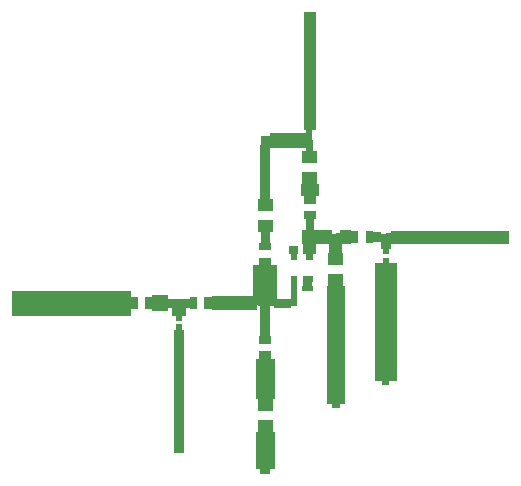
<source format=gtl>
G04 ===== Begin FILE IDENTIFICATION =====*
G04 File Format:  Gerber RS274X*
G04 ===== End FILE IDENTIFICATION =====*
%FSLAX24Y24*%
%MOIN*%
%SFA1.0000B1.0000*%
%OFA0.0B0.0*%
%ADD10C,0.000025*%
%LNcond*%
%IPPOS*%
%LPD*%
G75*
G36*
G01X-7294Y-1895D02*
G01Y-1679D01*
G01X-11231D01*
G01Y-2500D01*
G01X-7294D01*
G01Y-2284D01*
G01X-7049D01*
G01Y-1895D01*
G01X-7294D01*
G37*
G36*
G01X-6809Y-2284D02*
G01X-6564D01*
G01Y-2356D01*
G01X-6047D01*
G01Y-2250D01*
G01X-5920D01*
G01Y-2497D01*
G01X-5779D01*
G01Y-2674D01*
G01X-5582D01*
G01Y-2497D01*
G01X-5441D01*
G01Y-2250D01*
G01X-5314D01*
G01Y-2284D01*
G01X-5069D01*
G01Y-1895D01*
G01X-5314D01*
G01Y-1940D01*
G01X-5681D01*
G01Y-1929D01*
G01X-6047D01*
G01Y-1823D01*
G01X-6564D01*
G01Y-1895D01*
G01X-6809D01*
G01Y-2284D01*
G37*
G36*
G01X-5582Y-2966D02*
G01Y-2789D01*
G01X-5779D01*
G01Y-2966D01*
G01X-5846D01*
G01Y-6903D01*
G01X-5856D01*
G01Y-7078D01*
G01X-5506D01*
G01Y-6903D01*
G01X-5515D01*
G01Y-2966D01*
G01X-5582D01*
G37*
G36*
G01X-4829Y-2284D02*
G01X-4584D01*
G01Y-2318D01*
G01X-3086D01*
G01Y-2162D01*
G01X-3047D01*
G01Y-2170D01*
G01X-2965D01*
G01Y-3185D01*
G01X-3006D01*
G01Y-3435D01*
G01X-2606D01*
G01Y-3185D01*
G01X-2647D01*
G01Y-2170D01*
G01X-2526D01*
G01Y-2236D01*
G01X-1938D01*
G01Y-2180D01*
G01X-1757D01*
G01Y-1999D01*
G01X-1737D01*
G01Y-1379D01*
G01X-1739D01*
G01Y-1163D01*
G01X-1956D01*
G01Y-1379D01*
G01X-1957D01*
G01Y-1943D01*
G01X-2401D01*
G01Y-819D01*
G01X-2606D01*
G01Y-569D01*
G01X-3006D01*
G01Y-819D01*
G01X-3211D01*
G01Y-1861D01*
G01X-4584D01*
G01Y-1895D01*
G01X-4829D01*
G01Y-2284D01*
G37*
G36*
G01X-3120Y-5266D02*
G01X-3056D01*
G01Y-5667D01*
G01X-2556D01*
G01Y-5266D01*
G01X-2492D01*
G01Y-3935D01*
G01X-2606D01*
G01Y-3685D01*
G01X-3006D01*
G01Y-3935D01*
G01X-3120D01*
G01Y-5266D01*
G37*
G36*
G01X-3118Y-7618D02*
G01X-2981D01*
G01Y-7793D01*
G01X-2631D01*
G01Y-7618D01*
G01X-2494D01*
G01Y-6368D01*
G01X-2556D01*
G01Y-5966D01*
G01X-3056D01*
G01Y-6368D01*
G01X-3118D01*
G01Y-7618D01*
G37*
G36*
G01X-3056Y280D02*
G01X-2955D01*
G01Y-69D01*
G01X-3006D01*
G01Y-319D01*
G01X-2606D01*
G01Y-69D01*
G01X-2657D01*
G01Y280D01*
G01X-2556D01*
G01Y681D01*
G01X-3056D01*
G01Y280D01*
G37*
G36*
G01X-1195Y2978D02*
G01Y3339D01*
G01X-1243D01*
G01Y3699D01*
G01X-1104D01*
G01Y7636D01*
G01X-1522D01*
G01Y3699D01*
G01X-1431D01*
G01Y3585D01*
G01X-2652D01*
G01Y3493D01*
G01X-2960D01*
G01Y3185D01*
G01X-2976D01*
G01Y1382D01*
G01X-3056D01*
G01Y980D01*
G01X-2556D01*
G01Y1382D01*
G01X-2636D01*
G01Y3093D01*
G01X-1431D01*
G01Y2978D01*
G01X-1563D01*
G01Y2577D01*
G01X-1063D01*
G01Y2978D01*
G01X-1195D01*
G37*
G36*
G01X-1997Y-434D02*
G01X-1956D01*
G01Y-651D01*
G01X-1739D01*
G01Y-434D01*
G01X-1697D01*
G01Y-164D01*
G01X-1997D01*
G01Y-434D01*
G37*
G36*
G01X-1619Y1476D02*
G01X-1513D01*
G01Y1226D01*
G01X-1113D01*
G01Y1476D01*
G01X-1007D01*
G01Y1876D01*
G01X-1063D01*
G01Y2277D01*
G01X-1563D01*
G01Y1876D01*
G01X-1619D01*
G01Y1476D01*
G37*
G36*
G01X-1576Y-122D02*
G01X-1555D01*
G01Y-434D01*
G01X-1443D01*
G01Y-651D01*
G01X-1227D01*
G01Y-434D01*
G01X-1115D01*
G01Y-122D01*
G01X-1094D01*
G01Y-103D01*
G01X-664D01*
G01Y-406D01*
G01X-700D01*
G01Y-807D01*
G01X-200D01*
G01Y-406D01*
G01X-237D01*
G01Y-107D01*
G01X55D01*
G01Y-76D01*
G01X300D01*
G01Y314D01*
G01X55D01*
G01Y345D01*
G01X-321D01*
G01Y258D01*
G01X-450D01*
G01Y228D01*
G01X-579D01*
G01Y340D01*
G01X-1094D01*
G01Y359D01*
G01X-1170D01*
G01Y726D01*
G01X-1113D01*
G01Y976D01*
G01X-1513D01*
G01Y726D01*
G01X-1456D01*
G01Y359D01*
G01X-1576D01*
G01Y119D01*
G01Y-122D01*
G37*
G36*
G01X-1561Y-1379D02*
G01X-1544D01*
G01Y-1499D01*
G01X-1569D01*
G01Y-1674D01*
G01X-1219D01*
G01Y-1499D01*
G01X-1244D01*
G01Y-1379D01*
G01X-1227D01*
G01Y-1163D01*
G01X-1561D01*
G01Y-1379D01*
G37*
G36*
G01X-752Y-5445D02*
G01X-575D01*
G01Y-5570D01*
G01X-325D01*
G01Y-5445D01*
G01X-149D01*
G01Y-1508D01*
G01X-200D01*
G01Y-1106D01*
G01X-700D01*
G01Y-1508D01*
G01X-752D01*
G01Y-5445D01*
G37*
G36*
G01X785Y289D02*
G01Y314D01*
G01X540D01*
G01Y-76D01*
G01X785D01*
G01Y-52D01*
G01X1044D01*
G01Y-281D01*
G01X1113D01*
G01Y-458D01*
G01X1310D01*
G01Y-281D01*
G01X1380D01*
G01Y-98D01*
G01X5312D01*
G01Y335D01*
G01X1375D01*
G01Y255D01*
G01X1212D01*
G01Y219D01*
G01X1048D01*
G01Y289D01*
G01X785D01*
G37*
G36*
G01X849Y-4686D02*
G01X1087D01*
G01Y-4811D01*
G01X1337D01*
G01Y-4686D01*
G01X1575D01*
G01Y-749D01*
G01X1310D01*
G01Y-572D01*
G01X1113D01*
G01Y-749D01*
G01X849D01*
G01Y-4686D01*
G37*
M02*


</source>
